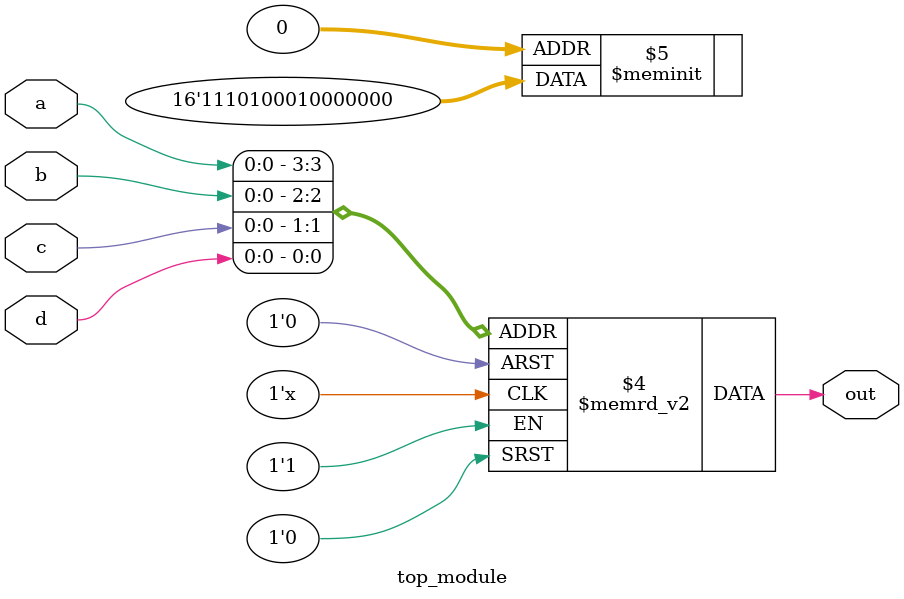
<source format=sv>
module top_module (
	input a, 
	input b,
	input c,
	input d,
	output reg out
);
	always @(*) begin
		case ({a, b, c, d})
			4'b0000: out = 0;
			4'b0001: out = 0;
			4'b0010: out = 0;
			4'b0011: out = 0;
			4'b0100: out = 0;
			4'b0101: out = 0;
			4'b0110: out = 0;
			4'b0111: out = 1;
			4'b1000: out = 0;
			4'b1001: out = 0;
			4'b1010: out = 0;
			4'b1011: out = 1;
			4'b1100: out = 0;
			4'b1101: out = 1;
			4'b1110: out = 1;
			4'b1111: out = 1;
			default: out = 0; // default case
		endcase
	end
endmodule

</source>
